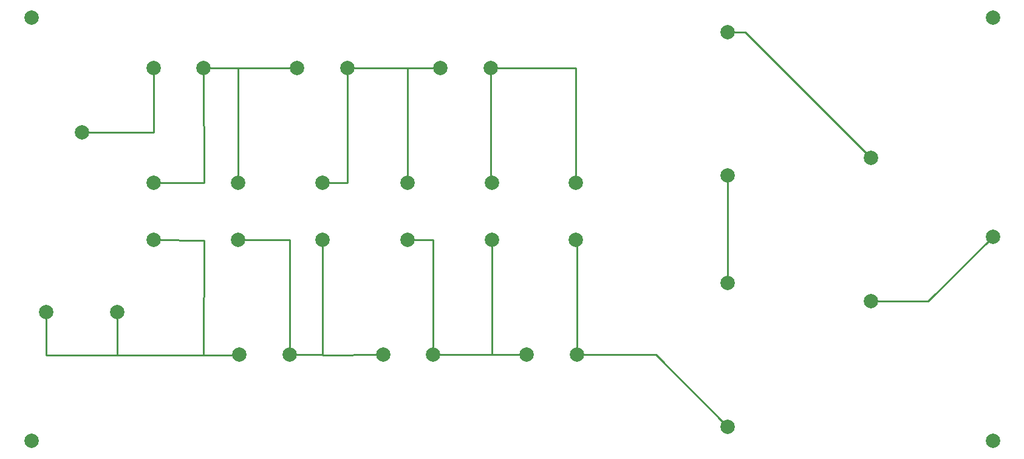
<source format=gbr>
%FSLAX34Y34*%
%MOMM*%
%LNCOPPER_BOTTOM*%
G71*
G01*
%ADD10C, 2.00*%
%ADD11C, 2.00*%
%ADD12C, 2.00*%
%ADD13C, 0.25*%
%LPD*%
X30000Y970000D02*
G54D10*
D03*
X30000Y380000D02*
G54D10*
D03*
X1370000Y970000D02*
G54D10*
D03*
X1370000Y380000D02*
G54D10*
D03*
X270000Y900000D02*
G54D11*
D03*
X200000Y900000D02*
G54D11*
D03*
X470000Y900000D02*
G54D11*
D03*
X400000Y900000D02*
G54D11*
D03*
X670000Y900000D02*
G54D11*
D03*
X600000Y900000D02*
G54D11*
D03*
X390000Y500000D02*
G54D11*
D03*
X320000Y500000D02*
G54D11*
D03*
X590000Y500000D02*
G54D11*
D03*
X520000Y500000D02*
G54D11*
D03*
X790000Y500000D02*
G54D11*
D03*
X720000Y500000D02*
G54D11*
D03*
X200000Y660000D02*
G54D11*
D03*
X200000Y740000D02*
G54D11*
D03*
X317900Y740000D02*
G54D11*
D03*
X317900Y660000D02*
G54D11*
D03*
X435800Y660000D02*
G54D11*
D03*
X435800Y740000D02*
G54D11*
D03*
X553700Y740000D02*
G54D11*
D03*
X553700Y660000D02*
G54D11*
D03*
X671600Y660000D02*
G54D11*
D03*
X671600Y740000D02*
G54D11*
D03*
X788900Y740000D02*
G54D11*
D03*
X788900Y660000D02*
G54D11*
D03*
X1000000Y950000D02*
G54D11*
D03*
X1000000Y750000D02*
G54D11*
D03*
X1000000Y600000D02*
G54D11*
D03*
X1000000Y400000D02*
G54D11*
D03*
X1200000Y775000D02*
G54D11*
D03*
X1200000Y575000D02*
G54D11*
D03*
X1370000Y665000D02*
G54D12*
D03*
X100000Y810000D02*
G54D12*
D03*
X50000Y560000D02*
G54D12*
D03*
X149300Y560000D02*
G54D12*
D03*
G54D13*
X270000Y900000D02*
X270100Y740100D01*
X200000Y740000D01*
G54D13*
X200000Y660000D02*
X270100Y659900D01*
X269900Y499200D01*
G54D13*
X390000Y500000D02*
X389900Y660000D01*
X317900Y660000D01*
G54D13*
X317900Y740000D02*
X317900Y900000D01*
X400000Y900000D01*
G54D13*
X470000Y900000D02*
X469900Y740000D01*
X435800Y740000D01*
G54D13*
X435800Y660000D02*
X435900Y499900D01*
X520000Y500000D01*
G54D13*
X553700Y740000D02*
X553900Y900000D01*
X600000Y900000D01*
G54D13*
X670000Y900000D02*
X670000Y741600D01*
X671600Y740000D01*
G54D13*
X671600Y660000D02*
X671600Y500000D01*
X720000Y500000D01*
G54D13*
X790000Y500000D02*
X790000Y658900D01*
X788900Y660000D01*
G54D13*
X788900Y740000D02*
X788700Y900000D01*
X670000Y900000D01*
G54D13*
X790000Y500000D02*
X900000Y500000D01*
X1000000Y400000D01*
G54D13*
X1000000Y600000D02*
X1000000Y750000D01*
G54D13*
X1000000Y950000D02*
X1025000Y950000D01*
X1200000Y775000D01*
G54D13*
X1200000Y575000D02*
X1280000Y575000D01*
X1370000Y665000D01*
G54D13*
X100000Y810000D02*
X200000Y809900D01*
X200000Y900000D01*
G54D13*
X50000Y560000D02*
X50100Y499200D01*
X150700Y499300D01*
X319300Y499300D01*
X320000Y500000D01*
G54D13*
X270000Y900000D02*
X317900Y900000D01*
G54D13*
X470000Y900000D02*
X553900Y900000D01*
G54D13*
X390000Y500000D02*
X435800Y500000D01*
X435900Y499900D01*
G54D13*
X590000Y500000D02*
X671600Y500000D01*
G54D13*
X149300Y560000D02*
X149300Y499300D01*
G54D13*
X553700Y660000D02*
X589800Y660000D01*
X590000Y500000D01*
M02*

</source>
